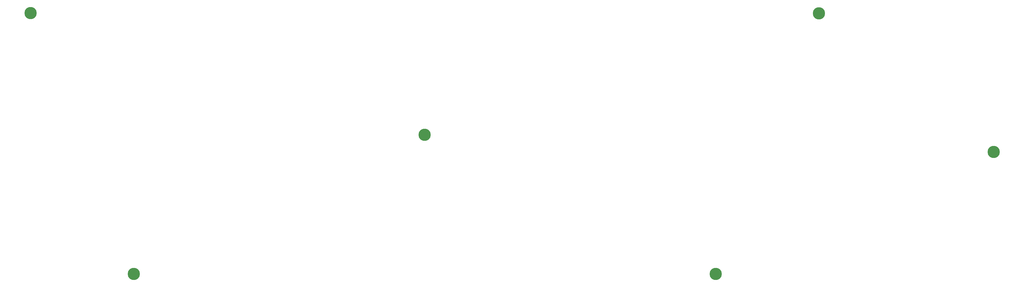
<source format=gbr>
%TF.GenerationSoftware,KiCad,Pcbnew,7.0.10*%
%TF.CreationDate,2024-04-03T00:19:03+02:00*%
%TF.ProjectId,plate,706c6174-652e-46b6-9963-61645f706362,rev?*%
%TF.SameCoordinates,Original*%
%TF.FileFunction,Soldermask,Bot*%
%TF.FilePolarity,Negative*%
%FSLAX46Y46*%
G04 Gerber Fmt 4.6, Leading zero omitted, Abs format (unit mm)*
G04 Created by KiCad (PCBNEW 7.0.10) date 2024-04-03 00:19:03*
%MOMM*%
%LPD*%
G01*
G04 APERTURE LIST*
%ADD10C,3.800000*%
G04 APERTURE END LIST*
D10*
%TO.C,MountTopMiddle6*%
X328390000Y-64540000D03*
%TD*%
%TO.C,MountTopMiddle4*%
X242200000Y-102480000D03*
%TD*%
%TO.C,MountTopMiddle1*%
X29780000Y-21330000D03*
%TD*%
%TO.C,MountTopMiddle3*%
X151998715Y-59170197D03*
%TD*%
%TO.C,MountTopMiddle5*%
X274200000Y-21410000D03*
%TD*%
%TO.C,MountTopMiddle2*%
X61790000Y-102510000D03*
%TD*%
M02*

</source>
